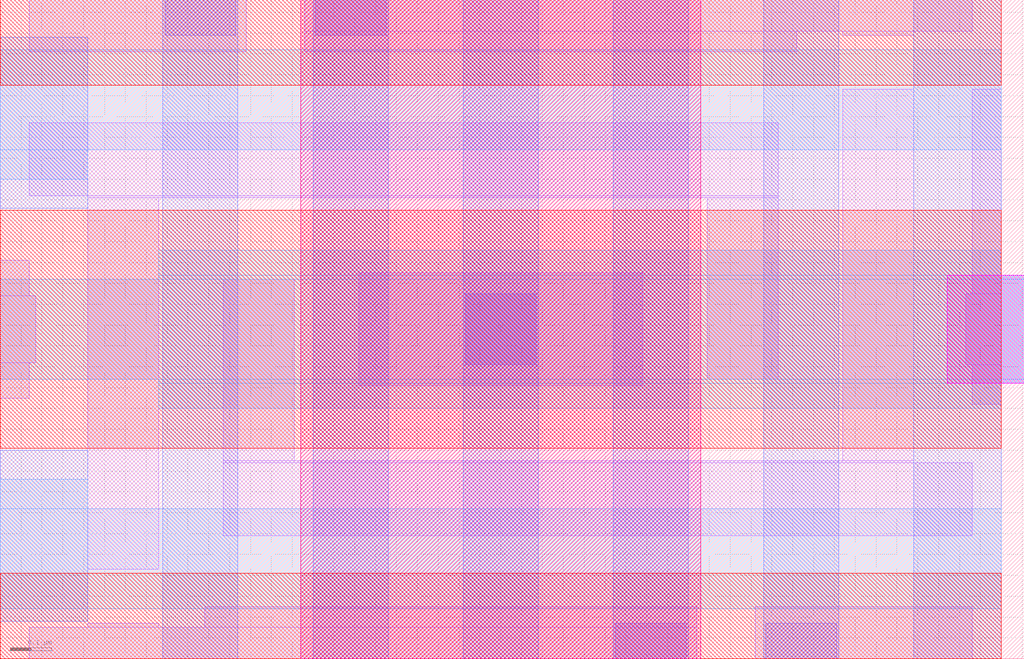
<source format=lef>
# Copyright 2020 The SkyWater PDK Authors
#
# Licensed under the Apache License, Version 2.0 (the "License");
# you may not use this file except in compliance with the License.
# You may obtain a copy of the License at
#
#     https://www.apache.org/licenses/LICENSE-2.0
#
# Unless required by applicable law or agreed to in writing, software
# distributed under the License is distributed on an "AS IS" BASIS,
# WITHOUT WARRANTIES OR CONDITIONS OF ANY KIND, either express or implied.
# See the License for the specific language governing permissions and
# limitations under the License.
#
# SPDX-License-Identifier: Apache-2.0

VERSION 5.7 ;
  NOWIREEXTENSIONATPIN ON ;
  DIVIDERCHAR "/" ;
  BUSBITCHARS "[]" ;
MACRO sky130_fd_bd_sram__sram_dp_cell_opt2a
  CLASS BLOCK ;
  FOREIGN sky130_fd_bd_sram__sram_dp_cell_opt2a ;
  ORIGIN  0.000000  0.000000 ;
  SIZE  2.455000 BY  1.580000 ;
  OBS
    LAYER li1 ;
      RECT 0.000000 0.625000 0.070000 0.710000 ;
      RECT 0.000000 0.710000 0.085000 0.870000 ;
      RECT 0.000000 0.870000 0.070000 0.955000 ;
      RECT 0.070000 0.000000 1.670000 0.075000 ;
      RECT 0.070000 1.110000 1.865000 1.285000 ;
      RECT 0.070000 1.455000 0.590000 1.580000 ;
      RECT 0.210000 0.075000 0.380000 0.085000 ;
      RECT 0.210000 0.215000 0.380000 1.105000 ;
      RECT 0.210000 1.105000 1.865000 1.110000 ;
      RECT 0.490000 0.075000 1.670000 0.125000 ;
      RECT 0.535000 0.295000 2.330000 0.470000 ;
      RECT 0.535000 0.470000 2.190000 0.475000 ;
      RECT 0.535000 0.475000 0.705000 0.910000 ;
      RECT 0.730000 1.455000 1.910000 1.505000 ;
      RECT 0.730000 1.505000 2.330000 1.580000 ;
      RECT 0.860000 0.655000 1.540000 0.925000 ;
      RECT 1.695000 0.670000 1.865000 1.105000 ;
      RECT 1.810000 0.000000 2.330000 0.125000 ;
      RECT 2.020000 0.475000 2.190000 1.365000 ;
      RECT 2.020000 1.495000 2.190000 1.505000 ;
      RECT 2.315000 0.705000 2.400000 0.875000 ;
      RECT 2.330000 0.610000 2.400000 0.705000 ;
      RECT 2.330000 0.875000 2.400000 1.365000 ;
    LAYER mcon ;
      RECT 0.395000 1.495000 0.565000 1.580000 ;
      RECT 0.755000 1.495000 0.925000 1.580000 ;
      RECT 1.115000 0.705000 1.285000 0.875000 ;
      RECT 1.475000 0.000000 1.645000 0.085000 ;
      RECT 1.835000 0.000000 2.005000 0.085000 ;
    LAYER met1 ;
      RECT 0.000000 0.090000 0.210000 0.500000 ;
      RECT 0.000000 1.080000 0.210000 1.490000 ;
      RECT 0.390000 0.000000 0.570000 1.580000 ;
      RECT 0.750000 0.000000 0.930000 1.580000 ;
      RECT 1.110000 0.000000 1.290000 1.580000 ;
      RECT 1.470000 0.000000 1.650000 1.580000 ;
      RECT 1.830000 0.000000 2.010000 1.580000 ;
      RECT 2.190000 0.000000 2.400000 0.660000 ;
      RECT 2.190000 0.660000 2.455000 0.920000 ;
      RECT 2.190000 0.920000 2.400000 1.580000 ;
    LAYER met2 ;
      RECT 0.000000 0.120000 2.400000 0.360000 ;
      RECT 0.000000 0.360000 0.210000 0.430000 ;
      RECT 0.000000 0.670000 2.455000 0.910000 ;
      RECT 0.000000 1.150000 0.210000 1.220000 ;
      RECT 0.000000 1.220000 2.400000 1.460000 ;
      RECT 0.380000 0.600000 2.400000 0.660000 ;
      RECT 0.380000 0.660000 2.455000 0.670000 ;
      RECT 0.380000 0.910000 2.455000 0.920000 ;
      RECT 0.380000 0.920000 2.400000 0.980000 ;
    LAYER met3 ;
      RECT 0.000000 0.000000 2.400000 0.205000 ;
      RECT 0.000000 0.505000 2.400000 1.075000 ;
      RECT 0.000000 1.375000 2.400000 1.580000 ;
    LAYER nwell ;
      RECT 0.720000 0.000000 1.680000 1.580000 ;
    LAYER via ;
      RECT 2.270000 0.660000 2.455000 0.920000 ;
  END
END sky130_fd_bd_sram__sram_dp_cell_opt2a
END LIBRARY

</source>
